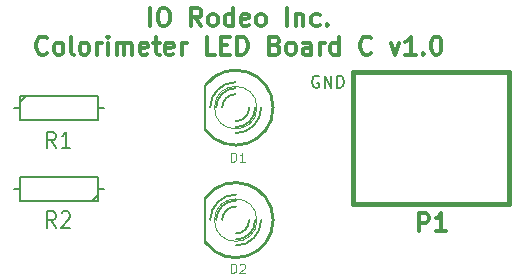
<source format=gto>
G04 (created by PCBNEW (2013-feb-26)-testing) date Sun 10 Mar 2013 06:05:37 PM PDT*
%MOIN*%
G04 Gerber Fmt 3.4, Leading zero omitted, Abs format*
%FSLAX34Y34*%
G01*
G70*
G90*
G04 APERTURE LIST*
%ADD10C,2.3622e-06*%
%ADD11C,0.0079*%
%ADD12C,0.012*%
%ADD13C,0.015*%
%ADD14C,0.008*%
%ADD15C,0.003*%
%ADD16C,0.01*%
%ADD17C,0.006*%
%ADD18C,0.0035*%
G04 APERTURE END LIST*
G54D10*
G54D11*
X41675Y-22708D02*
X41638Y-22689D01*
X41582Y-22689D01*
X41525Y-22708D01*
X41488Y-22745D01*
X41469Y-22783D01*
X41450Y-22858D01*
X41450Y-22914D01*
X41469Y-22989D01*
X41488Y-23027D01*
X41525Y-23064D01*
X41582Y-23083D01*
X41619Y-23083D01*
X41675Y-23064D01*
X41694Y-23045D01*
X41694Y-22914D01*
X41619Y-22914D01*
X41863Y-23083D02*
X41863Y-22689D01*
X42088Y-23083D01*
X42088Y-22689D01*
X42276Y-23083D02*
X42276Y-22689D01*
X42370Y-22689D01*
X42426Y-22708D01*
X42463Y-22745D01*
X42482Y-22783D01*
X42501Y-22858D01*
X42501Y-22914D01*
X42482Y-22989D01*
X42463Y-23027D01*
X42426Y-23064D01*
X42370Y-23083D01*
X42276Y-23083D01*
G54D12*
X36042Y-21030D02*
X36042Y-20430D01*
X36442Y-20430D02*
X36557Y-20430D01*
X36614Y-20458D01*
X36671Y-20515D01*
X36700Y-20630D01*
X36700Y-20830D01*
X36671Y-20944D01*
X36614Y-21001D01*
X36557Y-21030D01*
X36442Y-21030D01*
X36385Y-21001D01*
X36328Y-20944D01*
X36300Y-20830D01*
X36300Y-20630D01*
X36328Y-20515D01*
X36385Y-20458D01*
X36442Y-20430D01*
X37757Y-21030D02*
X37557Y-20744D01*
X37414Y-21030D02*
X37414Y-20430D01*
X37642Y-20430D01*
X37700Y-20458D01*
X37728Y-20487D01*
X37757Y-20544D01*
X37757Y-20630D01*
X37728Y-20687D01*
X37700Y-20715D01*
X37642Y-20744D01*
X37414Y-20744D01*
X38100Y-21030D02*
X38042Y-21001D01*
X38014Y-20973D01*
X37985Y-20915D01*
X37985Y-20744D01*
X38014Y-20687D01*
X38042Y-20658D01*
X38100Y-20630D01*
X38185Y-20630D01*
X38242Y-20658D01*
X38271Y-20687D01*
X38300Y-20744D01*
X38300Y-20915D01*
X38271Y-20973D01*
X38242Y-21001D01*
X38185Y-21030D01*
X38100Y-21030D01*
X38814Y-21030D02*
X38814Y-20430D01*
X38814Y-21001D02*
X38757Y-21030D01*
X38642Y-21030D01*
X38585Y-21001D01*
X38557Y-20973D01*
X38528Y-20915D01*
X38528Y-20744D01*
X38557Y-20687D01*
X38585Y-20658D01*
X38642Y-20630D01*
X38757Y-20630D01*
X38814Y-20658D01*
X39328Y-21001D02*
X39271Y-21030D01*
X39157Y-21030D01*
X39100Y-21001D01*
X39071Y-20944D01*
X39071Y-20715D01*
X39100Y-20658D01*
X39157Y-20630D01*
X39271Y-20630D01*
X39328Y-20658D01*
X39357Y-20715D01*
X39357Y-20773D01*
X39071Y-20830D01*
X39700Y-21030D02*
X39642Y-21001D01*
X39614Y-20973D01*
X39585Y-20915D01*
X39585Y-20744D01*
X39614Y-20687D01*
X39642Y-20658D01*
X39700Y-20630D01*
X39785Y-20630D01*
X39842Y-20658D01*
X39871Y-20687D01*
X39900Y-20744D01*
X39900Y-20915D01*
X39871Y-20973D01*
X39842Y-21001D01*
X39785Y-21030D01*
X39700Y-21030D01*
X40614Y-21030D02*
X40614Y-20430D01*
X40900Y-20630D02*
X40900Y-21030D01*
X40900Y-20687D02*
X40928Y-20658D01*
X40985Y-20630D01*
X41071Y-20630D01*
X41128Y-20658D01*
X41157Y-20715D01*
X41157Y-21030D01*
X41700Y-21001D02*
X41642Y-21030D01*
X41528Y-21030D01*
X41471Y-21001D01*
X41442Y-20973D01*
X41414Y-20915D01*
X41414Y-20744D01*
X41442Y-20687D01*
X41471Y-20658D01*
X41528Y-20630D01*
X41642Y-20630D01*
X41700Y-20658D01*
X41957Y-20973D02*
X41985Y-21001D01*
X41957Y-21030D01*
X41928Y-21001D01*
X41957Y-20973D01*
X41957Y-21030D01*
X32614Y-21925D02*
X32585Y-21954D01*
X32500Y-21982D01*
X32442Y-21982D01*
X32357Y-21954D01*
X32300Y-21897D01*
X32271Y-21840D01*
X32242Y-21725D01*
X32242Y-21640D01*
X32271Y-21525D01*
X32300Y-21468D01*
X32357Y-21411D01*
X32442Y-21382D01*
X32500Y-21382D01*
X32585Y-21411D01*
X32614Y-21440D01*
X32957Y-21982D02*
X32900Y-21954D01*
X32871Y-21925D01*
X32842Y-21868D01*
X32842Y-21697D01*
X32871Y-21640D01*
X32900Y-21611D01*
X32957Y-21582D01*
X33042Y-21582D01*
X33100Y-21611D01*
X33128Y-21640D01*
X33157Y-21697D01*
X33157Y-21868D01*
X33128Y-21925D01*
X33100Y-21954D01*
X33042Y-21982D01*
X32957Y-21982D01*
X33499Y-21982D02*
X33442Y-21954D01*
X33414Y-21897D01*
X33414Y-21382D01*
X33814Y-21982D02*
X33757Y-21954D01*
X33728Y-21925D01*
X33700Y-21868D01*
X33700Y-21697D01*
X33728Y-21640D01*
X33757Y-21611D01*
X33814Y-21582D01*
X33900Y-21582D01*
X33957Y-21611D01*
X33985Y-21640D01*
X34014Y-21697D01*
X34014Y-21868D01*
X33985Y-21925D01*
X33957Y-21954D01*
X33900Y-21982D01*
X33814Y-21982D01*
X34271Y-21982D02*
X34271Y-21582D01*
X34271Y-21697D02*
X34300Y-21640D01*
X34328Y-21611D01*
X34385Y-21582D01*
X34442Y-21582D01*
X34642Y-21982D02*
X34642Y-21582D01*
X34642Y-21382D02*
X34614Y-21411D01*
X34642Y-21440D01*
X34671Y-21411D01*
X34642Y-21382D01*
X34642Y-21440D01*
X34928Y-21982D02*
X34928Y-21582D01*
X34928Y-21640D02*
X34957Y-21611D01*
X35014Y-21582D01*
X35100Y-21582D01*
X35157Y-21611D01*
X35185Y-21668D01*
X35185Y-21982D01*
X35185Y-21668D02*
X35214Y-21611D01*
X35271Y-21582D01*
X35357Y-21582D01*
X35414Y-21611D01*
X35442Y-21668D01*
X35442Y-21982D01*
X35957Y-21954D02*
X35900Y-21982D01*
X35785Y-21982D01*
X35728Y-21954D01*
X35700Y-21897D01*
X35700Y-21668D01*
X35728Y-21611D01*
X35785Y-21582D01*
X35900Y-21582D01*
X35957Y-21611D01*
X35985Y-21668D01*
X35985Y-21725D01*
X35700Y-21782D01*
X36157Y-21582D02*
X36385Y-21582D01*
X36242Y-21382D02*
X36242Y-21897D01*
X36271Y-21954D01*
X36328Y-21982D01*
X36385Y-21982D01*
X36814Y-21954D02*
X36757Y-21982D01*
X36642Y-21982D01*
X36585Y-21954D01*
X36557Y-21897D01*
X36557Y-21668D01*
X36585Y-21611D01*
X36642Y-21582D01*
X36757Y-21582D01*
X36814Y-21611D01*
X36842Y-21668D01*
X36842Y-21725D01*
X36557Y-21782D01*
X37100Y-21982D02*
X37100Y-21582D01*
X37100Y-21697D02*
X37128Y-21640D01*
X37157Y-21611D01*
X37214Y-21582D01*
X37271Y-21582D01*
X38214Y-21982D02*
X37928Y-21982D01*
X37928Y-21382D01*
X38414Y-21668D02*
X38614Y-21668D01*
X38700Y-21982D02*
X38414Y-21982D01*
X38414Y-21382D01*
X38700Y-21382D01*
X38957Y-21982D02*
X38957Y-21382D01*
X39100Y-21382D01*
X39185Y-21411D01*
X39242Y-21468D01*
X39271Y-21525D01*
X39300Y-21640D01*
X39300Y-21725D01*
X39271Y-21840D01*
X39242Y-21897D01*
X39185Y-21954D01*
X39100Y-21982D01*
X38957Y-21982D01*
X40214Y-21668D02*
X40300Y-21697D01*
X40328Y-21725D01*
X40357Y-21782D01*
X40357Y-21868D01*
X40328Y-21925D01*
X40300Y-21954D01*
X40242Y-21982D01*
X40014Y-21982D01*
X40014Y-21382D01*
X40214Y-21382D01*
X40271Y-21411D01*
X40300Y-21440D01*
X40328Y-21497D01*
X40328Y-21554D01*
X40300Y-21611D01*
X40271Y-21640D01*
X40214Y-21668D01*
X40014Y-21668D01*
X40700Y-21982D02*
X40642Y-21954D01*
X40614Y-21925D01*
X40585Y-21868D01*
X40585Y-21697D01*
X40614Y-21640D01*
X40642Y-21611D01*
X40700Y-21582D01*
X40785Y-21582D01*
X40842Y-21611D01*
X40871Y-21640D01*
X40900Y-21697D01*
X40900Y-21868D01*
X40871Y-21925D01*
X40842Y-21954D01*
X40785Y-21982D01*
X40700Y-21982D01*
X41414Y-21982D02*
X41414Y-21668D01*
X41385Y-21611D01*
X41328Y-21582D01*
X41214Y-21582D01*
X41157Y-21611D01*
X41414Y-21954D02*
X41357Y-21982D01*
X41214Y-21982D01*
X41157Y-21954D01*
X41128Y-21897D01*
X41128Y-21840D01*
X41157Y-21782D01*
X41214Y-21754D01*
X41357Y-21754D01*
X41414Y-21725D01*
X41700Y-21982D02*
X41700Y-21582D01*
X41700Y-21697D02*
X41728Y-21640D01*
X41757Y-21611D01*
X41814Y-21582D01*
X41871Y-21582D01*
X42328Y-21982D02*
X42328Y-21382D01*
X42328Y-21954D02*
X42271Y-21982D01*
X42157Y-21982D01*
X42100Y-21954D01*
X42071Y-21925D01*
X42042Y-21868D01*
X42042Y-21697D01*
X42071Y-21640D01*
X42100Y-21611D01*
X42157Y-21582D01*
X42271Y-21582D01*
X42328Y-21611D01*
X43414Y-21925D02*
X43385Y-21954D01*
X43300Y-21982D01*
X43242Y-21982D01*
X43157Y-21954D01*
X43100Y-21897D01*
X43071Y-21840D01*
X43042Y-21725D01*
X43042Y-21640D01*
X43071Y-21525D01*
X43100Y-21468D01*
X43157Y-21411D01*
X43242Y-21382D01*
X43300Y-21382D01*
X43385Y-21411D01*
X43414Y-21440D01*
X44071Y-21582D02*
X44214Y-21982D01*
X44357Y-21582D01*
X44900Y-21982D02*
X44557Y-21982D01*
X44728Y-21982D02*
X44728Y-21382D01*
X44671Y-21468D01*
X44614Y-21525D01*
X44557Y-21554D01*
X45157Y-21925D02*
X45185Y-21954D01*
X45157Y-21982D01*
X45128Y-21954D01*
X45157Y-21925D01*
X45157Y-21982D01*
X45557Y-21382D02*
X45614Y-21382D01*
X45671Y-21411D01*
X45700Y-21440D01*
X45728Y-21497D01*
X45757Y-21611D01*
X45757Y-21754D01*
X45728Y-21868D01*
X45700Y-21925D01*
X45671Y-21954D01*
X45614Y-21982D01*
X45557Y-21982D01*
X45500Y-21954D01*
X45471Y-21925D01*
X45442Y-21868D01*
X45414Y-21754D01*
X45414Y-21611D01*
X45442Y-21497D01*
X45471Y-21440D01*
X45500Y-21411D01*
X45557Y-21382D01*
G54D13*
X42800Y-26950D02*
X42800Y-22550D01*
X42800Y-22550D02*
X48000Y-22550D01*
X48000Y-22550D02*
X48000Y-26950D01*
X48000Y-26950D02*
X42800Y-26950D01*
G54D14*
X37880Y-23000D02*
X37880Y-24500D01*
G54D15*
X39607Y-23750D02*
G75*
G03X39607Y-23750I-707J0D01*
G74*
G01*
G54D16*
X37900Y-24500D02*
G75*
G03X37900Y-22999I999J750D01*
G74*
G01*
G54D17*
X38900Y-24200D02*
G75*
G03X39350Y-23750I0J450D01*
G74*
G01*
X38900Y-23300D02*
G75*
G03X38450Y-23750I0J-450D01*
G74*
G01*
X38900Y-24400D02*
G75*
G03X39550Y-23750I0J650D01*
G74*
G01*
X38900Y-23100D02*
G75*
G03X38250Y-23750I0J-650D01*
G74*
G01*
X38900Y-24600D02*
G75*
G03X39750Y-23750I0J850D01*
G74*
G01*
X38900Y-22900D02*
G75*
G03X38050Y-23750I0J-850D01*
G74*
G01*
G54D14*
X31500Y-23750D02*
X31700Y-23750D01*
X34500Y-23750D02*
X34300Y-23750D01*
X34300Y-23750D02*
X34300Y-23350D01*
X34300Y-23350D02*
X31700Y-23350D01*
X31700Y-23350D02*
X31700Y-24150D01*
X31700Y-24150D02*
X34300Y-24150D01*
X34300Y-24150D02*
X34300Y-23750D01*
X31700Y-23550D02*
X31900Y-23350D01*
X34500Y-26456D02*
X34300Y-26456D01*
X31500Y-26456D02*
X31700Y-26456D01*
X31700Y-26456D02*
X31700Y-26856D01*
X31700Y-26856D02*
X34300Y-26856D01*
X34300Y-26856D02*
X34300Y-26056D01*
X34300Y-26056D02*
X31700Y-26056D01*
X31700Y-26056D02*
X31700Y-26456D01*
X34300Y-26656D02*
X34100Y-26856D01*
X37880Y-26750D02*
X37880Y-28250D01*
G54D15*
X39607Y-27500D02*
G75*
G03X39607Y-27500I-707J0D01*
G74*
G01*
G54D16*
X37900Y-28250D02*
G75*
G03X37900Y-26749I999J750D01*
G74*
G01*
G54D17*
X38900Y-27950D02*
G75*
G03X39350Y-27500I0J450D01*
G74*
G01*
X38900Y-27050D02*
G75*
G03X38450Y-27500I0J-450D01*
G74*
G01*
X38900Y-28150D02*
G75*
G03X39550Y-27500I0J650D01*
G74*
G01*
X38900Y-26850D02*
G75*
G03X38250Y-27500I0J-650D01*
G74*
G01*
X38900Y-28350D02*
G75*
G03X39750Y-27500I0J850D01*
G74*
G01*
X38900Y-26650D02*
G75*
G03X38050Y-27500I0J-850D01*
G74*
G01*
G54D12*
X45007Y-27872D02*
X45007Y-27272D01*
X45235Y-27272D01*
X45292Y-27301D01*
X45321Y-27330D01*
X45350Y-27387D01*
X45350Y-27472D01*
X45321Y-27530D01*
X45292Y-27558D01*
X45235Y-27587D01*
X45007Y-27587D01*
X45921Y-27872D02*
X45578Y-27872D01*
X45750Y-27872D02*
X45750Y-27272D01*
X45692Y-27358D01*
X45635Y-27415D01*
X45578Y-27444D01*
G54D18*
X38754Y-25554D02*
X38754Y-25254D01*
X38826Y-25254D01*
X38869Y-25268D01*
X38897Y-25297D01*
X38912Y-25325D01*
X38926Y-25383D01*
X38926Y-25425D01*
X38912Y-25483D01*
X38897Y-25511D01*
X38869Y-25540D01*
X38826Y-25554D01*
X38754Y-25554D01*
X39212Y-25554D02*
X39040Y-25554D01*
X39126Y-25554D02*
X39126Y-25254D01*
X39097Y-25297D01*
X39069Y-25325D01*
X39040Y-25340D01*
G54D14*
X32908Y-25104D02*
X32742Y-24842D01*
X32623Y-25104D02*
X32623Y-24554D01*
X32813Y-24554D01*
X32861Y-24580D01*
X32884Y-24606D01*
X32908Y-24659D01*
X32908Y-24737D01*
X32884Y-24790D01*
X32861Y-24816D01*
X32813Y-24842D01*
X32623Y-24842D01*
X33384Y-25104D02*
X33099Y-25104D01*
X33242Y-25104D02*
X33242Y-24554D01*
X33194Y-24633D01*
X33146Y-24685D01*
X33099Y-24711D01*
X32908Y-27761D02*
X32742Y-27500D01*
X32623Y-27761D02*
X32623Y-27211D01*
X32813Y-27211D01*
X32861Y-27238D01*
X32884Y-27264D01*
X32908Y-27316D01*
X32908Y-27395D01*
X32884Y-27447D01*
X32861Y-27473D01*
X32813Y-27500D01*
X32623Y-27500D01*
X33099Y-27264D02*
X33123Y-27238D01*
X33170Y-27211D01*
X33289Y-27211D01*
X33337Y-27238D01*
X33361Y-27264D01*
X33384Y-27316D01*
X33384Y-27369D01*
X33361Y-27447D01*
X33075Y-27761D01*
X33384Y-27761D01*
G54D18*
X38754Y-29255D02*
X38754Y-28955D01*
X38826Y-28955D01*
X38869Y-28969D01*
X38897Y-28998D01*
X38912Y-29026D01*
X38926Y-29083D01*
X38926Y-29126D01*
X38912Y-29183D01*
X38897Y-29212D01*
X38869Y-29241D01*
X38826Y-29255D01*
X38754Y-29255D01*
X39040Y-28983D02*
X39054Y-28969D01*
X39083Y-28955D01*
X39154Y-28955D01*
X39183Y-28969D01*
X39197Y-28983D01*
X39212Y-29012D01*
X39212Y-29041D01*
X39197Y-29083D01*
X39026Y-29255D01*
X39212Y-29255D01*
M02*

</source>
